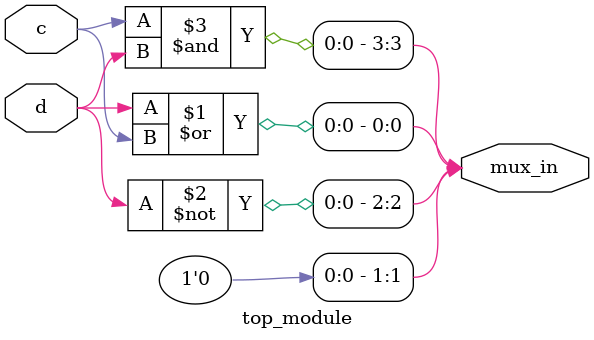
<source format=v>
module top_module (
    input c,
    input d,
    output [3:0] mux_in
); 
    assign mux_in ={c&d,~d,1'b0,d|c}; 
endmodule
</source>
